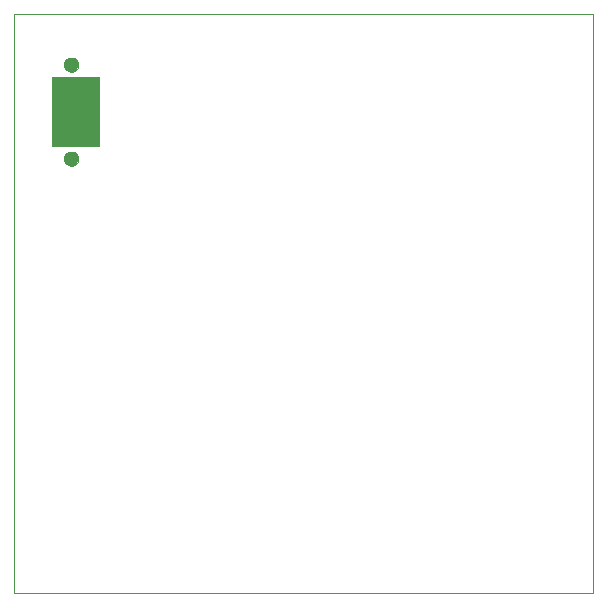
<source format=gbs>
G75*
G70*
%OFA0B0*%
%FSLAX24Y24*%
%IPPOS*%
%LPD*%
%AMOC8*
5,1,8,0,0,1.08239X$1,22.5*
%
%ADD10C,0.0000*%
%ADD11R,0.1600X0.2350*%
%ADD12C,0.0512*%
D10*
X000980Y000980D02*
X000980Y020271D01*
X020271Y020271D01*
X020271Y000980D01*
X000980Y000980D01*
X002638Y015441D02*
X002640Y015471D01*
X002646Y015501D01*
X002655Y015530D01*
X002668Y015557D01*
X002685Y015582D01*
X002704Y015605D01*
X002727Y015626D01*
X002752Y015643D01*
X002778Y015657D01*
X002807Y015667D01*
X002836Y015674D01*
X002866Y015677D01*
X002897Y015676D01*
X002927Y015671D01*
X002956Y015662D01*
X002983Y015650D01*
X003009Y015635D01*
X003033Y015616D01*
X003054Y015594D01*
X003072Y015570D01*
X003087Y015543D01*
X003098Y015515D01*
X003106Y015486D01*
X003110Y015456D01*
X003110Y015426D01*
X003106Y015396D01*
X003098Y015367D01*
X003087Y015339D01*
X003072Y015312D01*
X003054Y015288D01*
X003033Y015266D01*
X003009Y015247D01*
X002983Y015232D01*
X002956Y015220D01*
X002927Y015211D01*
X002897Y015206D01*
X002866Y015205D01*
X002836Y015208D01*
X002807Y015215D01*
X002778Y015225D01*
X002752Y015239D01*
X002727Y015256D01*
X002704Y015277D01*
X002685Y015300D01*
X002668Y015325D01*
X002655Y015352D01*
X002646Y015381D01*
X002640Y015411D01*
X002638Y015441D01*
X002638Y018574D02*
X002640Y018604D01*
X002646Y018634D01*
X002655Y018663D01*
X002668Y018690D01*
X002685Y018715D01*
X002704Y018738D01*
X002727Y018759D01*
X002752Y018776D01*
X002778Y018790D01*
X002807Y018800D01*
X002836Y018807D01*
X002866Y018810D01*
X002897Y018809D01*
X002927Y018804D01*
X002956Y018795D01*
X002983Y018783D01*
X003009Y018768D01*
X003033Y018749D01*
X003054Y018727D01*
X003072Y018703D01*
X003087Y018676D01*
X003098Y018648D01*
X003106Y018619D01*
X003110Y018589D01*
X003110Y018559D01*
X003106Y018529D01*
X003098Y018500D01*
X003087Y018472D01*
X003072Y018445D01*
X003054Y018421D01*
X003033Y018399D01*
X003009Y018380D01*
X002983Y018365D01*
X002956Y018353D01*
X002927Y018344D01*
X002897Y018339D01*
X002866Y018338D01*
X002836Y018341D01*
X002807Y018348D01*
X002778Y018358D01*
X002752Y018372D01*
X002727Y018389D01*
X002704Y018410D01*
X002685Y018433D01*
X002668Y018458D01*
X002655Y018485D01*
X002646Y018514D01*
X002640Y018544D01*
X002638Y018574D01*
D11*
X003030Y017005D03*
D12*
X002874Y018574D03*
X002874Y015441D03*
M02*

</source>
